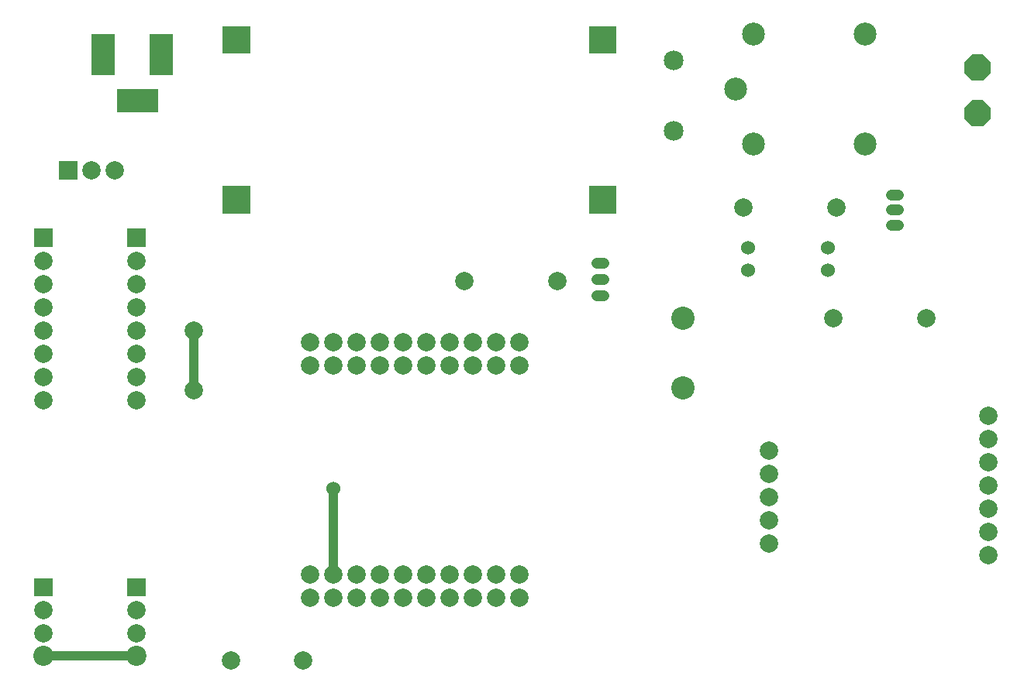
<source format=gtl>
G04 Layer: TopLayer*
G04 EasyEDA v6.4.19.5, 2021-05-28T19:21:40+07:00*
G04 6e6706e82e5b4a748e8d5c8c40211ff5,daa0c75fb02d462d8576232f80c62aaa,10*
G04 Gerber Generator version 0.2*
G04 Scale: 100 percent, Rotated: No, Reflected: No *
G04 Dimensions in millimeters *
G04 leading zeros omitted , absolute positions ,4 integer and 5 decimal *
%FSLAX45Y45*%
%MOMM*%

%ADD10C,1.0000*%
%ADD11C,2.0000*%
%ADD12C,1.5240*%
%ADD15C,2.5400*%
%ADD16C,2.1590*%
%ADD18C,2.5000*%
%ADD19R,2.0000X2.0000*%
%ADD20C,2.2000*%
%ADD21C,1.2000*%

%LPD*%
D10*
X2781300Y4457700D02*
G01*
X2781300Y3810000D01*
X4305300Y2730500D02*
G01*
X4305300Y1790700D01*
X1143000Y900988D02*
G01*
X2159000Y900988D01*
D11*
G01*
X2781300Y4457700D03*
G01*
X2781300Y3810000D03*
D12*
G01*
X4305300Y2730500D03*
G36*
X1946699Y7099300D02*
G01*
X2396700Y7099300D01*
X2396700Y6845300D01*
X1946699Y6845300D01*
G37*
G36*
X1663700Y7705300D02*
G01*
X1917700Y7705300D01*
X1917700Y7255299D01*
X1663700Y7255299D01*
G37*
G36*
X2298700Y7705300D02*
G01*
X2552700Y7705300D01*
X2552700Y7255299D01*
X2298700Y7255299D01*
G37*
D15*
G01*
X8128000Y3828999D03*
G01*
X8128000Y4590999D03*
D11*
G01*
X9766300Y4597400D03*
G01*
X10782300Y4597400D03*
G01*
X9804400Y5803900D03*
G01*
X8788400Y5803900D03*
G01*
X5740400Y5003800D03*
G01*
X6756400Y5003800D03*
D16*
G01*
X8026400Y6642100D03*
G01*
X8026400Y7416800D03*
G36*
X3098406Y7789989D02*
G01*
X3398405Y7789989D01*
X3398405Y7489990D01*
X3098406Y7489990D01*
G37*
G36*
X3098406Y6040005D02*
G01*
X3398405Y6040005D01*
X3398405Y5740006D01*
X3098406Y5740006D01*
G37*
G36*
X7098398Y7789989D02*
G01*
X7398397Y7789989D01*
X7398397Y7489990D01*
X7098398Y7489990D01*
G37*
G36*
X7098398Y6040005D02*
G01*
X7398397Y6040005D01*
X7398397Y5740006D01*
X7098398Y5740006D01*
G37*
D18*
G01*
X8699500Y7099300D03*
G01*
X8899397Y6499301D03*
G01*
X8899397Y7699298D03*
G01*
X10119385Y7699298D03*
G01*
X10119385Y6499301D03*
D11*
G01*
X11457940Y3530600D03*
G01*
X9065259Y2127757D03*
G01*
X9065259Y3143757D03*
G01*
X9065259Y2889757D03*
G01*
X9065259Y2635757D03*
G01*
X9065259Y2381757D03*
G01*
X11457940Y3276600D03*
G01*
X11457940Y3022600D03*
G01*
X11457940Y2768600D03*
G01*
X11457940Y2514600D03*
G01*
X11457940Y2260600D03*
G01*
X11457940Y2006600D03*
G36*
X11280825Y6980631D02*
G01*
X11195608Y6895414D01*
X11195608Y6774865D01*
X11280825Y6689648D01*
X11401374Y6689648D01*
X11486591Y6774865D01*
X11486591Y6895414D01*
X11401374Y6980631D01*
G37*
G36*
X11280825Y7483551D02*
G01*
X11195608Y7398334D01*
X11195608Y7277785D01*
X11280825Y7192568D01*
X11401374Y7192568D01*
X11486591Y7277785D01*
X11486591Y7398334D01*
X11401374Y7483551D01*
G37*
G36*
X2058997Y1750999D02*
G01*
X2258997Y1750999D01*
X2258997Y1551000D01*
X2058997Y1551000D01*
G37*
G01*
X2159000Y1400987D03*
G01*
X2159000Y1151001D03*
D20*
G01*
X2159000Y900988D03*
G36*
X1042997Y1750999D02*
G01*
X1242997Y1750999D01*
X1242997Y1551000D01*
X1042997Y1551000D01*
G37*
D11*
G01*
X1143000Y1400987D03*
G01*
X1143000Y1151001D03*
D20*
G01*
X1143000Y900988D03*
D12*
G01*
X8838006Y5118100D03*
G01*
X8838006Y5368112D03*
G01*
X9713010Y5118100D03*
G01*
X9713010Y5368112D03*
D11*
G01*
X3187700Y850900D03*
G01*
X3975100Y850900D03*
G01*
X1663700Y6210300D03*
G36*
X1309700Y6310299D02*
G01*
X1509699Y6310299D01*
X1509699Y6110300D01*
X1309700Y6110300D01*
G37*
G01*
X1917700Y6210300D03*
D19*
G01*
X1143000Y5473700D03*
D11*
G01*
X1143000Y5219700D03*
G01*
X1143000Y4965700D03*
G01*
X1143000Y4711700D03*
G01*
X1143000Y4457700D03*
G01*
X1143000Y4203700D03*
G01*
X1143000Y3949700D03*
G01*
X1143000Y3695700D03*
D19*
G01*
X2159000Y5473700D03*
D11*
G01*
X2159000Y5219700D03*
G01*
X2159000Y4965700D03*
G01*
X2159000Y4711700D03*
G01*
X2159000Y4457700D03*
G01*
X2159000Y4203700D03*
G01*
X2159000Y3949700D03*
G01*
X2159000Y3695700D03*
G01*
X6337300Y4330700D03*
G01*
X6337300Y1790700D03*
G01*
X6337300Y4076700D03*
G01*
X6337300Y1536700D03*
G01*
X6083300Y4330700D03*
G01*
X6083300Y1790700D03*
G01*
X6083300Y4076700D03*
G01*
X6083300Y1536700D03*
G01*
X5829300Y4330700D03*
G01*
X5829300Y1790700D03*
G01*
X5829300Y4076700D03*
G01*
X5829300Y1536700D03*
G01*
X5575300Y4330700D03*
G01*
X5575300Y1790700D03*
G01*
X5575300Y4076700D03*
G01*
X5575300Y1536700D03*
G01*
X5321300Y4330700D03*
G01*
X5321300Y1790700D03*
G01*
X5321300Y4076700D03*
G01*
X5321300Y1536700D03*
G01*
X5067300Y4330700D03*
G01*
X5067300Y1790700D03*
G01*
X5067300Y4076700D03*
G01*
X5067300Y1536700D03*
G01*
X4813300Y4330700D03*
G01*
X4813300Y1790700D03*
G01*
X4813300Y4076700D03*
G01*
X4813300Y1536700D03*
G01*
X4559300Y4330700D03*
G01*
X4559300Y1790700D03*
G01*
X4559300Y4076700D03*
G01*
X4559300Y1536700D03*
G01*
X4305300Y4330700D03*
G01*
X4305300Y1790700D03*
G01*
X4305300Y4076700D03*
G01*
X4305300Y1536700D03*
G01*
X4051300Y4330700D03*
G01*
X4051300Y1790700D03*
G01*
X4051300Y4076700D03*
G01*
X4051300Y1536700D03*
D21*
X10479399Y5943600D02*
G01*
X10399400Y5943600D01*
X10479399Y5778500D02*
G01*
X10399400Y5778500D01*
X10479399Y5613400D02*
G01*
X10399400Y5613400D01*
X7266299Y4838700D02*
G01*
X7186300Y4838700D01*
X7186300Y5016500D02*
G01*
X7266299Y5016500D01*
X7266299Y5194300D02*
G01*
X7186300Y5194300D01*
M02*

</source>
